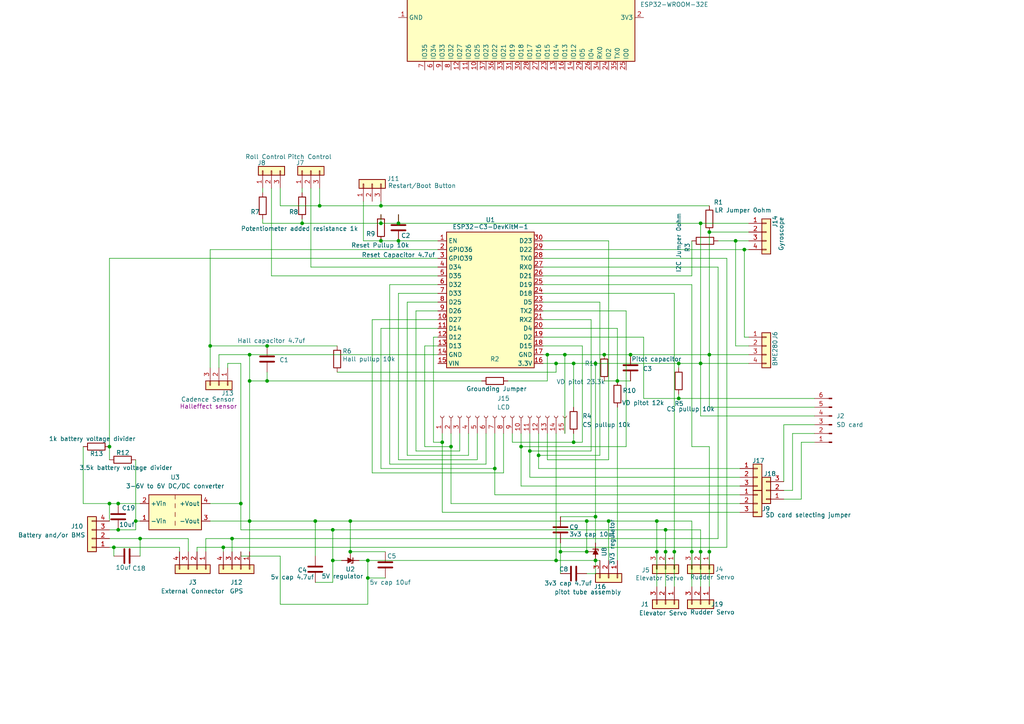
<source format=kicad_sch>
(kicad_sch (version 20231120) (generator "eeschema") (generator_version "8.0")
  (paper "A4")
  (lib_symbols
    (symbol "Connector:Conn_01x06_Pin" (pin_names (offset 1.016) hide)
      (property "Reference" "J" (at 0 7.62 0))
      (property "Value" "Conn_01x06_Pin" (at 0 -10.16 0))
      (symbol "Conn_01x06_Pin_1_1"
        (polyline (pts (xy 1.27 -7.62) (xy 0.8636 -7.62)) (stroke (width 0.1524)))
        (polyline (pts (xy 1.27 -5.08) (xy 0.8636 -5.08)) (stroke (width 0.1524)))
        (polyline (pts (xy 1.27 -2.54) (xy 0.8636 -2.54)) (stroke (width 0.1524)))
        (polyline (pts (xy 1.27 0) (xy 0.8636 0)) (stroke (width 0.1524)))
        (polyline (pts (xy 1.27 2.54) (xy 0.8636 2.54)) (stroke (width 0.1524)))
        (polyline (pts (xy 1.27 5.08) (xy 0.8636 5.08)) (stroke (width 0.1524)))
        (rectangle (start 0.8636 -7.493) (end 0 -7.747) (stroke (width 0.1524)) (fill (type outline)))
        (rectangle (start 0.8636 -4.953) (end 0 -5.207) (stroke (width 0.1524)) (fill (type outline)))
        (rectangle (start 0.8636 -2.413) (end 0 -2.667) (stroke (width 0.1524)) (fill (type outline)))
        (rectangle (start 0.8636 0.127) (end 0 -0.127) (stroke (width 0.1524)) (fill (type outline)))
        (rectangle (start 0.8636 2.667) (end 0 2.413) (stroke (width 0.1524)) (fill (type outline)))
        (rectangle (start 0.8636 5.207) (end 0 4.953) (stroke (width 0.1524)) (fill (type outline)))
        (pin passive line (at 5.08 5.08 180) (length 3.81) (name "Pin_1") (number "1"))
        (pin passive line (at 5.08 2.54 180) (length 3.81) (name "Pin_2") (number "2"))
        (pin passive line (at 5.08 0 180) (length 3.81) (name "Pin_3") (number "3"))
        (pin passive line (at 5.08 -2.54 180) (length 3.81) (name "Pin_4") (number "4"))
        (pin passive line (at 5.08 -5.08 180) (length 3.81) (name "Pin_5") (number "5"))
        (pin passive line (at 5.08 -7.62 180) (length 3.81) (name "Pin_6") (number "6"))
      )
    )
    (symbol "Connector:Conn_01x15_Socket" (pin_names (offset 1.016) hide)
      (property "Reference" "J" (at 0 20.32 0))
      (property "Value" "Conn_01x15_Socket" (at 0 -20.32 0))
      (symbol "Conn_01x15_Socket_1_1"
        (arc (start 0 -17.272) (mid -0.5058 -17.78) (end 0 -18.288) (stroke (width 0.1524)))
        (arc (start 0 -14.732) (mid -0.5058 -15.24) (end 0 -15.748) (stroke (width 0.1524)))
        (arc (start 0 -12.192) (mid -0.5058 -12.7) (end 0 -13.208) (stroke (width 0.1524)))
        (arc (start 0 -9.652) (mid -0.5058 -10.16) (end 0 -10.668) (stroke (width 0.1524)))
        (arc (start 0 -7.112) (mid -0.5058 -7.62) (end 0 -8.128) (stroke (width 0.1524)))
        (arc (start 0 -4.572) (mid -0.5058 -5.08) (end 0 -5.588) (stroke (width 0.1524)))
        (arc (start 0 -2.032) (mid -0.5058 -2.54) (end 0 -3.048) (stroke (width 0.1524)))
        (polyline (pts (xy -1.27 -17.78) (xy -0.508 -17.78)) (stroke (width 0.1524)))
        (polyline (pts (xy -1.27 -15.24) (xy -0.508 -15.24)) (stroke (width 0.1524)))
        (polyline (pts (xy -1.27 -12.7) (xy -0.508 -12.7)) (stroke (width 0.1524)))
        (polyline (pts (xy -1.27 -10.16) (xy -0.508 -10.16)) (stroke (width 0.1524)))
        (polyline (pts (xy -1.27 -7.62) (xy -0.508 -7.62)) (stroke (width 0.1524)))
        (polyline (pts (xy -1.27 -5.08) (xy -0.508 -5.08)) (stroke (width 0.1524)))
        (polyline (pts (xy -1.27 -2.54) (xy -0.508 -2.54)) (stroke (width 0.1524)))
        (polyline (pts (xy -1.27 0) (xy -0.508 0)) (stroke (width 0.1524)))
        (polyline (pts (xy -1.27 2.54) (xy -0.508 2.54)) (stroke (width 0.1524)))
        (polyline (pts (xy -1.27 5.08) (xy -0.508 5.08)) (stroke (width 0.1524)))
        (polyline (pts (xy -1.27 7.62) (xy -0.508 7.62)) (stroke (width 0.1524)))
        (polyline (pts (xy -1.27 10.16) (xy -0.508 10.16)) (stroke (width 0.1524)))
        (polyline (pts (xy -1.27 12.7) (xy -0.508 12.7)) (stroke (width 0.1524)))
        (polyline (pts (xy -1.27 15.24) (xy -0.508 15.24)) (stroke (width 0.1524)))
        (polyline (pts (xy -1.27 17.78) (xy -0.508 17.78)) (stroke (width 0.1524)))
        (arc (start 0 0.508) (mid -0.5058 0) (end 0 -0.508) (stroke (width 0.1524)))
        (arc (start 0 3.048) (mid -0.5058 2.54) (end 0 2.032) (stroke (width 0.1524)))
        (arc (start 0 5.588) (mid -0.5058 5.08) (end 0 4.572) (stroke (width 0.1524)))
        (arc (start 0 8.128) (mid -0.5058 7.62) (end 0 7.112) (stroke (width 0.1524)))
        (arc (start 0 10.668) (mid -0.5058 10.16) (end 0 9.652) (stroke (width 0.1524)))
        (arc (start 0 13.208) (mid -0.5058 12.7) (end 0 12.192) (stroke (width 0.1524)))
        (arc (start 0 15.748) (mid -0.5058 15.24) (end 0 14.732) (stroke (width 0.1524)))
        (arc (start 0 18.288) (mid -0.5058 17.78) (end 0 17.272) (stroke (width 0.1524)))
        (pin passive line (at -5.08 17.78 0) (length 3.81) (name "Pin_1") (number "1"))
        (pin passive line (at -5.08 -5.08 0) (length 3.81) (name "Pin_10") (number "10"))
        (pin passive line (at -5.08 -7.62 0) (length 3.81) (name "Pin_11") (number "11"))
        (pin passive line (at -5.08 -10.16 0) (length 3.81) (name "Pin_12") (number "12"))
        (pin passive line (at -5.08 -12.7 0) (length 3.81) (name "Pin_13") (number "13"))
        (pin passive line (at -5.08 -15.24 0) (length 3.81) (name "Pin_14") (number "14"))
        (pin passive line (at -5.08 -17.78 0) (length 3.81) (name "Pin_15") (number "15"))
        (pin passive line (at -5.08 15.24 0) (length 3.81) (name "Pin_2") (number "2"))
        (pin passive line (at -5.08 12.7 0) (length 3.81) (name "Pin_3") (number "3"))
        (pin passive line (at -5.08 10.16 0) (length 3.81) (name "Pin_4") (number "4"))
        (pin passive line (at -5.08 7.62 0) (length 3.81) (name "Pin_5") (number "5"))
        (pin passive line (at -5.08 5.08 0) (length 3.81) (name "Pin_6") (number "6"))
        (pin passive line (at -5.08 2.54 0) (length 3.81) (name "Pin_7") (number "7"))
        (pin passive line (at -5.08 0 0) (length 3.81) (name "Pin_8") (number "8"))
        (pin passive line (at -5.08 -2.54 0) (length 3.81) (name "Pin_9") (number "9"))
      )
    )
    (symbol "Connector_Generic:Conn_01x03" (pin_names (offset 1.016) hide)
      (property "Reference" "J" (at 0 5.08 0))
      (property "Value" "Conn_01x03" (at 0 -5.08 0))
      (symbol "Conn_01x03_1_1"
        (rectangle (start -1.27 -2.413) (end 0 -2.667) (stroke (width 0.1524)))
        (rectangle (start -1.27 0.127) (end 0 -0.127) (stroke (width 0.1524)))
        (rectangle (start -1.27 2.667) (end 0 2.413) (stroke (width 0.1524)))
        (rectangle (start -1.27 3.81) (end 1.27 -3.81) (stroke (width 0.254)) (fill (type background)))
        (pin passive line (at -5.08 2.54 0) (length 3.81) (name "Pin_1") (number "1"))
        (pin passive line (at -5.08 0 0) (length 3.81) (name "Pin_2") (number "2"))
        (pin passive line (at -5.08 -2.54 0) (length 3.81) (name "Pin_3") (number "3"))
      )
    )
    (symbol "Connector_Generic:Conn_01x04" (pin_names (offset 1.016) hide)
      (property "Reference" "J" (at 0 5.08 0))
      (property "Value" "Conn_01x04" (at 0 -7.62 0))
      (symbol "Conn_01x04_1_1"
        (rectangle (start -1.27 -4.953) (end 0 -5.207) (stroke (width 0.1524)))
        (rectangle (start -1.27 -2.413) (end 0 -2.667) (stroke (width 0.1524)))
        (rectangle (start -1.27 0.127) (end 0 -0.127) (stroke (width 0.1524)))
        (rectangle (start -1.27 2.667) (end 0 2.413) (stroke (width 0.1524)))
        (rectangle (start -1.27 3.81) (end 1.27 -6.35) (stroke (width 0.254)) (fill (type background)))
        (pin passive line (at -5.08 2.54 0) (length 3.81) (name "Pin_1") (number "1"))
        (pin passive line (at -5.08 0 0) (length 3.81) (name "Pin_2") (number "2"))
        (pin passive line (at -5.08 -2.54 0) (length 3.81) (name "Pin_3") (number "3"))
        (pin passive line (at -5.08 -5.08 0) (length 3.81) (name "Pin_4") (number "4"))
      )
    )
    (symbol "Converter_DCDC:TMU3-1212"
      (property "Reference" "U" (at -6.35 6.35 0))
      (property "Value" "TMU3-1212" (at 2.54 6.35 0))
      (symbol "TMU3-1212_0_0"
        (pin power_in line (at -10.16 -2.54 0) (length 2.54) (name "-Vin") (number "1"))
        (pin power_in line (at -10.16 2.54 0) (length 2.54) (name "+Vin") (number "2"))
        (pin power_out line (at 10.16 -2.54 180) (length 2.54) (name "-Vout") (number "3"))
        (pin power_out line (at 10.16 2.54 180) (length 2.54) (name "+Vout") (number "4"))
      )
      (symbol "TMU3-1212_0_1"
        (rectangle (start -7.62 5.08) (end 7.62 -5.08) (stroke (width 0.254)) (fill (type background)))
        (polyline (pts (xy 0 -2.54) (xy 0 -3.81)))
        (polyline (pts (xy 0 0) (xy 0 -1.27)))
        (polyline (pts (xy 0 2.54) (xy 0 1.27)))
        (polyline (pts (xy 0 5.08) (xy 0 3.81)))
      )
    )
    (symbol "Device:C" (pin_numbers hide) (pin_names (offset 0.254))
      (property "Reference" "C" (at 0.635 2.54 0))
      (property "Value" "C" (at 0.635 -2.54 0))
      (symbol "C_0_1"
        (polyline (pts (xy -2.032 -0.762) (xy 2.032 -0.762)) (stroke (width 0.508)))
        (polyline (pts (xy -2.032 0.762) (xy 2.032 0.762)) (stroke (width 0.508)))
      )
      (symbol "C_1_1"
        (pin passive line (at 0 3.81 270) (length 2.794) (name "~") (number "1"))
        (pin passive line (at 0 -3.81 90) (length 2.794) (name "~") (number "2"))
      )
    )
    (symbol "Device:R" (pin_numbers hide) (pin_names (offset 0))
      (property "Reference" "R" (at 2.032 0 90))
      (property "Value" "R" (at 0 0 90))
      (symbol "R_0_1"
        (rectangle (start -1.016 -2.54) (end 1.016 2.54) (stroke (width 0.254)))
      )
      (symbol "R_1_1"
        (pin passive line (at 0 3.81 270) (length 1.27) (name "~") (number "1"))
        (pin passive line (at 0 -3.81 90) (length 1.27) (name "~") (number "2"))
      )
    )
    (symbol "RF_Module:ESP32-WROOM-32E"
      (property "Reference" "U9" (at 2.1941 38.1 0))
      (property "Value" "ESP32-WROOM-32E" (at 2.1941 35.56 0))
      (symbol "ESP32-WROOM-32E_0_1"
        (rectangle (start -12.7 33.02) (end 12.7 -33.02) (stroke (width 0.254)) (fill (type background)))
      )
      (symbol "ESP32-WROOM-32E_1_1"
        (pin power_in line (at 0 -35.56 90) (length 2.54) (name "GND") (number "1"))
        (pin bidirectional line (at 15.24 -12.7 180) (length 2.54) (name "IO25") (number "10"))
        (pin bidirectional line (at 15.24 -15.24 180) (length 2.54) (name "IO26") (number "11"))
        (pin bidirectional line (at 15.24 -17.78 180) (length 2.54) (name "IO27") (number "12"))
        (pin bidirectional line (at 15.24 10.16 180) (length 2.54) (name "IO14") (number "13"))
        (pin bidirectional line (at 15.24 15.24 180) (length 2.54) (name "IO12") (number "14"))
        (pin passive line (at 0 -35.56 90) (length 2.54) hide (name "GND") (number "15"))
        (pin bidirectional line (at 15.24 12.7 180) (length 2.54) (name "IO13") (number "16"))
        (pin no_connect line (at -12.7 -5.08 0) (length 2.54) hide (name "NC") (number "17"))
        (pin no_connect line (at -12.7 -7.62 0) (length 2.54) hide (name "NC") (number "18"))
        (pin no_connect line (at -12.7 -12.7 0) (length 2.54) hide (name "NC") (number "19"))
        (pin power_in line (at 0 35.56 270) (length 2.54) (name "3V3") (number "2"))
        (pin no_connect line (at -12.7 -10.16 0) (length 2.54) hide (name "NC") (number "20"))
        (pin no_connect line (at -12.7 0 0) (length 2.54) hide (name "NC") (number "21"))
        (pin no_connect line (at -12.7 -2.54 0) (length 2.54) hide (name "NC") (number "22"))
        (pin bidirectional line (at 15.24 7.62 180) (length 2.54) (name "IO15") (number "23"))
        (pin bidirectional line (at 15.24 25.4 180) (length 2.54) (name "IO2") (number "24"))
        (pin bidirectional line (at 15.24 30.48 180) (length 2.54) (name "IO0") (number "25"))
        (pin bidirectional line (at 15.24 20.32 180) (length 2.54) (name "IO4") (number "26"))
        (pin bidirectional line (at 15.24 5.08 180) (length 2.54) (name "IO16") (number "27"))
        (pin bidirectional line (at 15.24 2.54 180) (length 2.54) (name "IO17") (number "28"))
        (pin bidirectional line (at 15.24 17.78 180) (length 2.54) (name "IO5") (number "29"))
        (pin input line (at -15.24 30.48 0) (length 2.54) (name "EN") (number "3"))
        (pin bidirectional line (at 15.24 0 180) (length 2.54) (name "IO18") (number "30"))
        (pin bidirectional line (at 15.24 -2.54 180) (length 2.54) (name "IO19") (number "31"))
        (pin no_connect line (at -12.7 -27.94 0) (length 2.54) hide (name "NC") (number "32"))
        (pin bidirectional line (at 15.24 -5.08 180) (length 2.54) (name "IO21") (number "33"))
        (pin bidirectional line (at 15.24 22.86 180) (length 2.54) (name "RX0") (number "34"))
        (pin bidirectional line (at 15.24 27.94 180) (length 2.54) (name "TX0") (number "35"))
        (pin bidirectional line (at 15.24 -7.62 180) (length 2.54) (name "IO22") (number "36"))
        (pin bidirectional line (at 15.24 -10.16 180) (length 2.54) (name "IO23") (number "37"))
        (pin passive line (at 0 -35.56 90) (length 2.54) hide (name "GND") (number "38"))
        (pin passive line (at 0 -35.56 90) (length 2.54) hide (name "GND") (number "39"))
        (pin input line (at -15.24 25.4 0) (length 2.54) (name "IO36") (number "4"))
        (pin input line (at -15.24 22.86 0) (length 2.54) (name "IO39") (number "5"))
        (pin input line (at 15.24 -25.4 180) (length 2.54) (name "IO34") (number "6"))
        (pin input line (at 15.24 -27.94 180) (length 2.54) (name "IO35") (number "7"))
        (pin bidirectional line (at 15.24 -20.32 180) (length 2.54) (name "IO32") (number "8"))
        (pin bidirectional line (at 15.24 -22.86 180) (length 2.54) (name "IO33") (number "9"))
      )
    )
    (symbol "RF_Module_test:ESP32-C3-DevKitM-1"
      (property "Reference" "U1" (at 0 18.796 0))
      (property "Value" "ESP32-C3-DevKitM-1" (at 0 16.764 0))
      (symbol "ESP32-C3-DevKitM-1_1_1"
        (rectangle (start -12.7 15.24) (end 12.7 -24.13) (stroke (width 0.254)) (fill (type background)))
        (pin input line (at -15.24 12.7 0) (length 2.54) (name "EN") (number "1"))
        (pin bidirectional line (at -15.24 -10.16 0) (length 2.54) (name "D27") (number "10"))
        (pin bidirectional line (at -15.24 -12.7 0) (length 2.54) (name "D14") (number "11"))
        (pin bidirectional line (at -15.24 -15.24 0) (length 2.54) (name "D12") (number "12"))
        (pin bidirectional line (at -15.24 -17.78 0) (length 2.54) (name "D13") (number "13"))
        (pin open_collector line (at -15.24 -20.32 0) (length 2.54) (name "GND") (number "14"))
        (pin open_emitter line (at -15.24 -22.86 0) (length 2.54) (name "VIN") (number "15"))
        (pin open_emitter line (at 15.24 -22.86 180) (length 2.54) (name "3.3V") (number "16"))
        (pin open_collector line (at 15.24 -20.32 180) (length 2.54) (name "GND") (number "17"))
        (pin bidirectional line (at 15.24 -17.78 180) (length 2.54) (name "D15") (number "18"))
        (pin bidirectional line (at 15.24 -15.24 180) (length 2.54) (name "D2") (number "19"))
        (pin input line (at -15.24 10.16 0) (length 2.54) (name "GPIO36") (number "2"))
        (pin bidirectional line (at 15.24 -12.7 180) (length 2.54) (name "D4") (number "20"))
        (pin bidirectional line (at 15.24 -10.16 180) (length 2.54) (name "RX2") (number "21"))
        (pin bidirectional line (at 15.24 -7.62 180) (length 2.54) (name "TX2") (number "22"))
        (pin bidirectional line (at 15.24 -5.08 180) (length 2.54) (name "D5") (number "23"))
        (pin bidirectional line (at 15.24 -2.54 180) (length 2.54) (name "D18") (number "24"))
        (pin bidirectional line (at 15.24 0 180) (length 2.54) (name "D19") (number "25"))
        (pin bidirectional line (at 15.24 2.54 180) (length 2.54) (name "D21") (number "26"))
        (pin bidirectional line (at 15.24 5.08 180) (length 2.54) (name "RX0") (number "27"))
        (pin bidirectional line (at 15.24 7.62 180) (length 2.54) (name "TX0") (number "28"))
        (pin bidirectional line (at 15.24 10.16 180) (length 2.54) (name "D22") (number "29"))
        (pin input line (at -15.24 7.62 0) (length 2.54) (name "GPIO39") (number "3"))
        (pin bidirectional line (at 15.24 12.7 180) (length 2.54) (name "D23") (number "30"))
        (pin input line (at -15.24 5.08 0) (length 2.54) (name "D34") (number "4"))
        (pin bidirectional line (at -15.24 2.54 0) (length 2.54) (name "D35") (number "5"))
        (pin bidirectional line (at -15.24 0 0) (length 2.54) (name "D32") (number "6"))
        (pin bidirectional line (at -15.24 -2.54 0) (length 2.54) (name "D33") (number "7"))
        (pin bidirectional line (at -15.24 -5.08 0) (length 2.54) (name "D25") (number "8"))
        (pin bidirectional line (at -15.24 -7.62 0) (length 2.54) (name "D26") (number "9"))
      )
    )
    (symbol "Reference_Voltage:TL431KTP" (pin_numbers hide) (pin_names hide)
      (property "Reference" "U" (at -2.54 2.54 0))
      (property "Value" "TL431KTP" (at 0 -2.54 0))
      (symbol "TL431KTP_0_1"
        (polyline (pts (xy -1.27 0) (xy 0 0) (xy 1.27 0)))
        (polyline (pts (xy -0.762 -0.762) (xy -0.762 0.762) (xy 0.762 0) (xy -0.762 -0.762)) (fill (type outline)))
        (polyline (pts (xy 0.254 -0.762) (xy 0.762 -0.762) (xy 0.762 0.762) (xy 0.762 0.762)) (stroke (width 0.254)))
      )
      (symbol "TL431KTP_1_1"
        (pin passive line (at 0 2.54 270) (length 2.54) (name "REF") (number "1"))
        (pin passive line (at -2.54 0 0) (length 2.54) (name "A") (number "2"))
        (pin passive line (at 2.54 0 180) (length 2.54) (name "K") (number "3"))
      )
    )
  )
  (junction (at 153.67 130.81))
  (junction (at 172.72 105.41))
  (junction (at 190.5 151.13))
  (junction (at 106.68 167.64))
  (junction (at 130.81 129.54))
  (junction (at 69.85 146.05))
  (junction (at 190.5 160.02))
  (junction (at 143.51 135.89))
  (junction (at 128.27 128.27))
  (junction (at 163.83 102.87))
  (junction (at 77.47 110.49))
  (junction (at 200.66 160.02))
  (junction (at 31.75 146.05))
  (junction (at 166.37 105.41))
  (junction (at 161.29 162.56))
  (junction (at 34.29 153.67))
  (junction (at 72.39 102.87))
  (junction (at 115.57 64.77))
  (junction (at 215.9 72.39))
  (junction (at 31.75 129.54))
  (junction (at 72.39 151.13))
  (junction (at 110.49 59.69))
  (junction (at 96.52 153.67))
  (junction (at 91.44 151.13))
  (junction (at 101.6 151.13))
  (junction (at 156.21 132.08))
  (junction (at 170.18 160.02))
  (junction (at 203.2 160.02))
  (junction (at 172.72 149.86))
  (junction (at 110.49 69.85))
  (junction (at 176.53 151.13))
  (junction (at 96.52 162.56))
  (junction (at 33.02 158.75))
  (junction (at 205.74 102.87))
  (junction (at 110.49 64.77))
  (junction (at 87.63 64.77))
  (junction (at 34.29 146.05))
  (junction (at 158.75 102.87))
  (junction (at 67.31 156.21))
  (junction (at 196.85 105.41))
  (junction (at 64.77 158.75))
  (junction (at 106.68 162.56))
  (junction (at 193.04 160.02))
  (junction (at 195.58 160.02))
  (junction (at 193.04 153.67))
  (junction (at 170.18 151.13))
  (junction (at 39.37 151.13))
  (junction (at 101.6 160.02))
  (junction (at 203.2 105.41))
  (junction (at 161.29 105.41))
  (junction (at 172.72 162.56))
  (junction (at 162.56 160.02))
  (junction (at 196.85 115.57))
  (junction (at 205.74 160.02))
  (junction (at 115.57 69.85))
  (junction (at 203.2 64.77))
  (junction (at 182.88 102.87))
  (junction (at 179.07 110.49))
  (junction (at 40.64 156.21))
  (junction (at 205.74 67.31))
  (junction (at 213.36 69.85))
  (junction (at 72.39 110.49))
  (junction (at 60.96 100.33))
  (junction (at 77.47 100.33))
  (junction (at 166.37 128.27))
  (junction (at 92.71 59.69))
  (junction (at 175.26 102.87))
  (junction (at 151.13 129.54))
  (wire (pts (xy 76.2 54.61) (xy 76.2 55.88)))
  (wire (pts (xy 157.48 95.25) (xy 179.07 95.25)))
  (wire (pts (xy 113.03 82.55) (xy 113.03 134.62)))
  (wire (pts (xy 181.61 129.54) (xy 181.61 90.17)))
  (wire (pts (xy 236.22 118.11) (xy 205.74 118.11)))
  (wire (pts (xy 113.03 134.62) (xy 140.97 134.62)))
  (wire (pts (xy 57.15 158.75) (xy 64.77 158.75)))
  (wire (pts (xy 130.81 146.05) (xy 130.81 129.54)))
  (wire (pts (xy 161.29 162.56) (xy 172.72 162.56)))
  (wire (pts (xy 208.28 69.85) (xy 213.36 69.85)))
  (wire (pts (xy 151.13 140.97) (xy 214.63 140.97)))
  (wire (pts (xy 190.5 151.13) (xy 190.5 160.02)))
  (wire (pts (xy 170.18 166.37) (xy 172.72 166.37)))
  (wire (pts (xy 77.47 110.49) (xy 139.7 110.49)))
  (wire (pts (xy 72.39 151.13) (xy 91.44 151.13)))
  (wire (pts (xy 81.28 54.61) (xy 81.28 59.69)))
  (wire (pts (xy 162.56 160.02) (xy 170.18 160.02)))
  (wire (pts (xy 125.73 128.27) (xy 128.27 128.27)))
  (wire (pts (xy 158.75 133.35) (xy 158.75 125.73)))
  (wire (pts (xy 118.11 87.63) (xy 127 87.63)))
  (wire (pts (xy 205.74 160.02) (xy 205.74 170.18)))
  (wire (pts (xy 205.74 67.31) (xy 217.17 67.31)))
  (wire (pts (xy 120.65 90.17) (xy 120.65 130.81)))
  (wire (pts (xy 91.44 168.91) (xy 96.52 168.91)))
  (wire (pts (xy 52.07 158.75) (xy 33.02 158.75)))
  (wire (pts (xy 182.88 102.87) (xy 205.74 102.87)))
  (wire (pts (xy 64.77 158.75) (xy 64.77 160.02)))
  (wire (pts (xy 158.75 110.49) (xy 147.32 110.49)))
  (wire (pts (xy 96.52 162.56) (xy 99.06 162.56)))
  (wire (pts (xy 227.33 123.19) (xy 236.22 123.19)))
  (wire (pts (xy 215.9 72.39) (xy 215.9 97.79)))
  (wire (pts (xy 162.56 157.48) (xy 162.56 160.02)))
  (wire (pts (xy 157.48 105.41) (xy 161.29 105.41)))
  (wire (pts (xy 72.39 102.87) (xy 72.39 110.49)))
  (wire (pts (xy 105.41 69.85) (xy 110.49 69.85)))
  (wire (pts (xy 179.07 110.49) (xy 182.88 110.49)))
  (wire (pts (xy 135.89 132.08) (xy 118.11 132.08)))
  (wire (pts (xy 176.53 69.85) (xy 176.53 133.35)))
  (wire (pts (xy 186.69 97.79) (xy 186.69 115.57)))
  (wire (pts (xy 107.95 92.71) (xy 107.95 137.16)))
  (wire (pts (xy 173.99 87.63) (xy 173.99 132.08)))
  (wire (pts (xy 78.74 54.61) (xy 78.74 80.01)))
  (wire (pts (xy 133.35 125.73) (xy 133.35 130.81)))
  (wire (pts (xy 67.31 156.21) (xy 208.28 156.21)))
  (wire (pts (xy 157.48 69.85) (xy 176.53 69.85)))
  (wire (pts (xy 106.68 167.64) (xy 106.68 162.56)))
  (wire (pts (xy 236.22 128.27) (xy 232.41 128.27)))
  (wire (pts (xy 217.17 72.39) (xy 215.9 72.39)))
  (wire (pts (xy 232.41 128.27) (xy 232.41 144.78)))
  (wire (pts (xy 77.47 107.95) (xy 77.47 110.49)))
  (wire (pts (xy 215.9 97.79) (xy 217.17 97.79)))
  (wire (pts (xy 200.66 129.54) (xy 205.74 129.54)))
  (wire (pts (xy 205.74 102.87) (xy 217.17 102.87)))
  (wire (pts (xy 157.48 82.55) (xy 200.66 82.55)))
  (wire (pts (xy 205.74 129.54) (xy 205.74 160.02)))
  (wire (pts (xy 52.07 160.02) (xy 52.07 158.75)))
  (wire (pts (xy 115.57 64.77) (xy 203.2 64.77)))
  (wire (pts (xy 110.49 135.89) (xy 143.51 135.89)))
  (wire (pts (xy 158.75 102.87) (xy 163.83 102.87)))
  (wire (pts (xy 60.96 100.33) (xy 77.47 100.33)))
  (wire (pts (xy 138.43 133.35) (xy 138.43 125.73)))
  (wire (pts (xy 156.21 135.89) (xy 214.63 135.89)))
  (wire (pts (xy 60.96 151.13) (xy 72.39 151.13)))
  (wire (pts (xy 91.44 151.13) (xy 91.44 161.29)))
  (wire (pts (xy 200.66 69.85) (xy 200.66 80.01)))
  (wire (pts (xy 60.96 106.68) (xy 60.96 100.33)))
  (wire (pts (xy 66.04 106.68) (xy 66.04 105.41)))
  (wire (pts (xy 236.22 120.65) (xy 203.2 120.65)))
  (wire (pts (xy 181.61 90.17) (xy 157.48 90.17)))
  (wire (pts (xy 87.63 64.77) (xy 110.49 64.77)))
  (wire (pts (xy 72.39 110.49) (xy 77.47 110.49)))
  (wire (pts (xy 213.36 69.85) (xy 213.36 100.33)))
  (wire (pts (xy 96.52 153.67) (xy 193.04 153.67)))
  (wire (pts (xy 203.2 160.02) (xy 203.2 170.18)))
  (wire (pts (xy 236.22 125.73) (xy 229.87 125.73)))
  (wire (pts (xy 87.63 54.61) (xy 87.63 55.88)))
  (wire (pts (xy 153.67 130.81) (xy 153.67 138.43)))
  (wire (pts (xy 172.72 105.41) (xy 196.85 105.41)))
  (wire (pts (xy 171.45 130.81) (xy 153.67 130.81)))
  (wire (pts (xy 66.04 105.41) (xy 69.85 105.41)))
  (wire (pts (xy 31.75 151.13) (xy 31.75 146.05)))
  (wire (pts (xy 87.63 63.5) (xy 87.63 64.77)))
  (wire (pts (xy 208.28 77.47) (xy 208.28 156.21)))
  (wire (pts (xy 148.59 128.27) (xy 148.59 125.73)))
  (wire (pts (xy 135.89 125.73) (xy 135.89 132.08)))
  (wire (pts (xy 195.58 85.09) (xy 157.48 85.09)))
  (wire (pts (xy 172.72 149.86) (xy 172.72 157.48)))
  (wire (pts (xy 128.27 128.27) (xy 128.27 125.73)))
  (wire (pts (xy 176.53 133.35) (xy 158.75 133.35)))
  (wire (pts (xy 127 100.33) (xy 123.19 100.33)))
  (wire (pts (xy 31.75 129.54) (xy 31.75 133.35)))
  (wire (pts (xy 161.29 105.41) (xy 166.37 105.41)))
  (wire (pts (xy 151.13 129.54) (xy 181.61 129.54)))
  (wire (pts (xy 168.91 100.33) (xy 168.91 128.27)))
  (wire (pts (xy 127 95.25) (xy 110.49 95.25)))
  (wire (pts (xy 168.91 128.27) (xy 166.37 128.27)))
  (wire (pts (xy 200.66 151.13) (xy 200.66 160.02)))
  (wire (pts (xy 110.49 62.23) (xy 110.49 64.77)))
  (wire (pts (xy 107.95 137.16) (xy 146.05 137.16)))
  (wire (pts (xy 120.65 130.81) (xy 133.35 130.81)))
  (wire (pts (xy 110.49 64.77) (xy 115.57 64.77)))
  (wire (pts (xy 203.2 64.77) (xy 217.17 64.77)))
  (wire (pts (xy 172.72 105.41) (xy 172.72 149.86)))
  (wire (pts (xy 179.07 95.25) (xy 179.07 110.49)))
  (wire (pts (xy 162.56 149.86) (xy 172.72 149.86)))
  (wire (pts (xy 118.11 132.08) (xy 118.11 87.63)))
  (wire (pts (xy 24.13 146.05) (xy 24.13 129.54)))
  (wire (pts (xy 31.75 146.05) (xy 34.29 146.05)))
  (wire (pts (xy 127 74.93) (xy 31.75 74.93)))
  (wire (pts (xy 72.39 110.49) (xy 72.39 151.13)))
  (wire (pts (xy 127 90.17) (xy 120.65 90.17)))
  (wire (pts (xy 140.97 134.62) (xy 140.97 125.73)))
  (wire (pts (xy 162.56 160.02) (xy 162.56 166.37)))
  (wire (pts (xy 176.53 151.13) (xy 176.53 162.56)))
  (wire (pts (xy 110.49 69.85) (xy 115.57 69.85)))
  (wire (pts (xy 175.26 110.49) (xy 179.07 110.49)))
  (wire (pts (xy 203.2 153.67) (xy 203.2 160.02)))
  (wire (pts (xy 143.51 143.51) (xy 143.51 135.89)))
  (wire (pts (xy 110.49 95.25) (xy 110.49 135.89)))
  (wire (pts (xy 127 92.71) (xy 107.95 92.71)))
  (wire (pts (xy 157.48 102.87) (xy 158.75 102.87)))
  (wire (pts (xy 87.63 64.77) (xy 76.2 64.77)))
  (wire (pts (xy 76.2 63.5) (xy 76.2 64.77)))
  (wire (pts (xy 157.48 97.79) (xy 186.69 97.79)))
  (wire (pts (xy 213.36 100.33) (xy 217.17 100.33)))
  (wire (pts (xy 151.13 129.54) (xy 151.13 125.73)))
  (wire (pts (xy 104.14 162.56) (xy 106.68 162.56)))
  (wire (pts (xy 214.63 148.59) (xy 128.27 148.59)))
  (wire (pts (xy 200.66 160.02) (xy 200.66 170.18)))
  (wire (pts (xy 190.5 151.13) (xy 200.66 151.13)))
  (wire (pts (xy 153.67 130.81) (xy 153.67 125.73)))
  (wire (pts (xy 214.63 146.05) (xy 130.81 146.05)))
  (wire (pts (xy 91.44 151.13) (xy 101.6 151.13)))
  (wire (pts (xy 31.75 146.05) (xy 24.13 146.05)))
  (wire (pts (xy 157.48 100.33) (xy 168.91 100.33)))
  (wire (pts (xy 151.13 129.54) (xy 151.13 140.97)))
  (wire (pts (xy 69.85 161.29) (xy 69.85 160.02)))
  (wire (pts (xy 229.87 125.73) (xy 229.87 142.24)))
  (wire (pts (xy 205.74 118.11) (xy 205.74 102.87)))
  (wire (pts (xy 172.72 162.56) (xy 173.99 162.56)))
  (wire (pts (xy 96.52 153.67) (xy 96.52 162.56)))
  (wire (pts (xy 115.57 62.23) (xy 115.57 64.77)))
  (wire (pts (xy 175.26 102.87) (xy 182.88 102.87)))
  (wire (pts (xy 110.49 58.42) (xy 110.49 59.69)))
  (wire (pts (xy 166.37 105.41) (xy 166.37 118.11)))
  (wire (pts (xy 97.79 107.95) (xy 161.29 107.95)))
  (wire (pts (xy 161.29 125.73) (xy 161.29 162.56)))
  (wire (pts (xy 123.19 129.54) (xy 130.81 129.54)))
  (wire (pts (xy 69.85 161.29) (xy 81.28 161.29)))
  (wire (pts (xy 203.2 105.41) (xy 217.17 105.41)))
  (wire (pts (xy 67.31 156.21) (xy 67.31 160.02)))
  (wire (pts (xy 229.87 142.24) (xy 227.33 142.24)))
  (wire (pts (xy 170.18 151.13) (xy 170.18 160.02)))
  (wire (pts (xy 148.59 128.27) (xy 166.37 128.27)))
  (wire (pts (xy 31.75 74.93) (xy 31.75 129.54)))
  (wire (pts (xy 60.96 72.39) (xy 127 72.39)))
  (wire (pts (xy 59.69 156.21) (xy 67.31 156.21)))
  (wire (pts (xy 127 97.79) (xy 125.73 97.79)))
  (wire (pts (xy 92.71 54.61) (xy 92.71 59.69)))
  (wire (pts (xy 179.07 162.56) (xy 179.07 118.11)))
  (wire (pts (xy 69.85 105.41) (xy 69.85 146.05)))
  (wire (pts (xy 176.53 151.13) (xy 190.5 151.13)))
  (wire (pts (xy 115.57 133.35) (xy 138.43 133.35)))
  (wire (pts (xy 96.52 162.56) (xy 96.52 168.91)))
  (wire (pts (xy 101.6 160.02) (xy 111.76 160.02)))
  (wire (pts (xy 157.48 80.01) (xy 200.66 80.01)))
  (wire (pts (xy 163.83 102.87) (xy 163.83 125.73)))
  (wire (pts (xy 166.37 125.73) (xy 166.37 128.27)))
  (wire (pts (xy 186.69 115.57) (xy 196.85 115.57)))
  (wire (pts (xy 57.15 158.75) (xy 57.15 160.02)))
  (wire (pts (xy 72.39 102.87) (xy 127 102.87)))
  (wire (pts (xy 33.02 158.75) (xy 31.75 158.75)))
  (wire (pts (xy 54.61 160.02) (xy 54.61 156.21)))
  (wire (pts (xy 39.37 153.67) (xy 34.29 153.67)))
  (wire (pts (xy 205.74 67.31) (xy 205.74 102.87)))
  (wire (pts (xy 63.5 102.87) (xy 72.39 102.87)))
  (wire (pts (xy 172.72 166.37) (xy 172.72 162.56)))
  (wire (pts (xy 106.68 162.56) (xy 161.29 162.56)))
  (wire (pts (xy 157.48 77.47) (xy 208.28 77.47)))
  (wire (pts (xy 125.73 97.79) (xy 125.73 128.27)))
  (wire (pts (xy 195.58 160.02) (xy 195.58 170.18)))
  (wire (pts (xy 63.5 106.68) (xy 63.5 102.87)))
  (wire (pts (xy 90.17 77.47) (xy 127 77.47)))
  (wire (pts (xy 171.45 92.71) (xy 171.45 130.81)))
  (wire (pts (xy 69.85 153.67) (xy 96.52 153.67)))
  (wire (pts (xy 60.96 146.05) (xy 69.85 146.05)))
  (wire (pts (xy 72.39 151.13) (xy 72.39 160.02)))
  (wire (pts (xy 146.05 137.16) (xy 146.05 125.73)))
  (wire (pts (xy 90.17 54.61) (xy 90.17 77.47)))
  (wire (pts (xy 157.48 74.93) (xy 210.82 74.93)))
  (wire (pts (xy 78.74 80.01) (xy 127 80.01)))
  (wire (pts (xy 123.19 100.33) (xy 123.19 129.54)))
  (wire (pts (xy 161.29 105.41) (xy 161.29 107.95)))
  (wire (pts (xy 59.69 156.21) (xy 59.69 160.02)))
  (wire (pts (xy 193.04 153.67) (xy 193.04 160.02)))
  (wire (pts (xy 81.28 161.29) (xy 81.28 175.26)))
  (wire (pts (xy 40.64 156.21) (xy 54.61 156.21)))
  (wire (pts (xy 203.2 120.65) (xy 203.2 105.41)))
  (wire (pts (xy 34.29 146.05) (xy 40.64 146.05)))
  (wire (pts (xy 196.85 105.41) (xy 203.2 105.41)))
  (wire (pts (xy 158.75 102.87) (xy 158.75 110.49)))
  (wire (pts (xy 128.27 148.59) (xy 128.27 128.27)))
  (wire (pts (xy 81.28 59.69) (xy 92.71 59.69)))
  (wire (pts (xy 101.6 151.13) (xy 101.6 160.02)))
  (wire (pts (xy 39.37 151.13) (xy 40.64 151.13)))
  (wire (pts (xy 60.96 72.39) (xy 60.96 100.33)))
  (wire (pts (xy 153.67 138.43) (xy 214.63 138.43)))
  (wire (pts (xy 69.85 146.05) (xy 69.85 153.67)))
  (wire (pts (xy 105.41 69.85) (xy 105.41 58.42)))
  (wire (pts (xy 166.37 105.41) (xy 172.72 105.41)))
  (wire (pts (xy 193.04 160.02) (xy 193.04 170.18)))
  (wire (pts (xy 110.49 59.69) (xy 205.74 59.69)))
  (wire (pts (xy 127 85.09) (xy 115.57 85.09)))
  (wire (pts (xy 203.2 64.77) (xy 203.2 105.41)))
  (wire (pts (xy 115.57 85.09) (xy 115.57 133.35)))
  (wire (pts (xy 156.21 132.08) (xy 156.21 125.73)))
  (wire (pts (xy 195.58 160.02) (xy 195.58 85.09)))
  (wire (pts (xy 106.68 167.64) (xy 111.76 167.64)))
  (wire (pts (xy 77.47 100.33) (xy 97.79 100.33)))
  (wire (pts (xy 64.77 158.75) (xy 210.82 158.75)))
  (wire (pts (xy 196.85 105.41) (xy 196.85 106.68)))
  (wire (pts (xy 200.66 82.55) (xy 200.66 129.54)))
  (wire (pts (xy 33.02 158.75) (xy 33.02 161.29)))
  (wire (pts (xy 39.37 133.35) (xy 39.37 151.13)))
  (wire (pts (xy 210.82 74.93) (xy 210.82 158.75)))
  (wire (pts (xy 157.48 87.63) (xy 173.99 87.63)))
  (wire (pts (xy 130.81 125.73) (xy 130.81 129.54)))
  (wire (pts (xy 157.48 92.71) (xy 171.45 92.71)))
  (wire (pts (xy 156.21 132.08) (xy 156.21 135.89)))
  (wire (pts (xy 214.63 143.51) (xy 143.51 143.51)))
  (wire (pts (xy 34.29 153.67) (xy 31.75 153.67)))
  (wire (pts (xy 39.37 151.13) (xy 39.37 153.67)))
  (wire (pts (xy 157.48 72.39) (xy 215.9 72.39)))
  (wire (pts (xy 163.83 102.87) (xy 175.26 102.87)))
  (wire (pts (xy 127 82.55) (xy 113.03 82.55)))
  (wire (pts (xy 232.41 144.78) (xy 227.33 144.78)))
  (wire (pts (xy 196.85 115.57) (xy 236.22 115.57)))
  (wire (pts (xy 40.64 156.21) (xy 40.64 161.29)))
  (wire (pts (xy 92.71 59.69) (xy 110.49 59.69)))
  (wire (pts (xy 190.5 160.02) (xy 190.5 170.18)))
  (wire (pts (xy 101.6 151.13) (xy 170.18 151.13)))
  (wire (pts (xy 173.99 132.08) (xy 156.21 132.08)))
  (wire (pts (xy 227.33 139.7) (xy 227.33 123.19)))
  (wire (pts (xy 143.51 135.89) (xy 143.51 125.73)))
  (wire (pts (xy 193.04 153.67) (xy 203.2 153.67)))
  (wire (pts (xy 31.75 156.21) (xy 40.64 156.21)))
  (wire (pts (xy 115.57 69.85) (xy 127 69.85)))
  (wire (pts (xy 81.28 175.26) (xy 106.68 175.26)))
  (wire (pts (xy 196.85 115.57) (xy 196.85 114.3)))
  (wire (pts (xy 170.18 151.13) (xy 176.53 151.13)))
  (wire (pts (xy 106.68 175.26) (xy 106.68 167.64)))
  (wire (pts (xy 217.17 69.85) (xy 213.36 69.85)))
  (symbol (lib_id "Device:C") (at 182.88 106.68 0) (unit 1)
    (property "Reference" "C3" (at 186.436 106.934 0) (effects (justify left)))
    (property "Value" "Pitot capacitor" (at 183.134 104.14 0) (effects (justify left)))
    (property "Footprint" "Capacitor_SMD:C_0402_1005Metric_Pad0.74x0.62mm_HandSolder" (effects (hide yes)))
    (property "Description" "Unpolarized capacitor" (effects (hide yes)))
  )
  (symbol (lib_id "Device:R") (at 179.07 114.3 0) (unit 1)
    (property "Reference" "R10" (at 180.594 113.284 0) (effects (justify left)))
    (property "Value" "VD pitot 12k" (at 180.34 116.84 0) (effects (justify left)))
    (property "Footprint" "OptoDevice:R_LDR_4.9x4.2mm_P2.54mm_Vertical" (effects (hide yes)))
    (property "Description" "Resistor" (effects (hide yes)))
  )
  (symbol (lib_id "Connector_Generic:Conn_01x04") (at 69.85 165.1 270) (unit 1)
    (property "Reference" "J12" (at 68.58 168.91 90))
    (property "Value" "GPS" (at 68.58 171.45 90))
    (property "Footprint" "Connector_Molex:Molex_KK-254_AE-6410-04A_1x04_P2.54mm_Vertical" (effects (hide yes)))
    (property "Description" "Generic connector, single row, 01x04, script generated (kicad-library-utils/schlib/autogen/connector/)" (effects (hide yes)))
  )
  (symbol (lib_id "Connector:Conn_01x15_Socket") (at 146.05 120.65 90) (unit 1)
    (property "Reference" "J15" (at 146.05 115.57 90))
    (property "Value" "LCD" (at 146.05 118.11 90))
    (property "Footprint" "Connector_Hirose:Hirose_DF13-15P-1.25DSA_1x15_P1.25mm_Vertical" (effects (hide yes)))
    (property "Description" "Generic connector, single row, 01x15, script generated" (effects (hide yes)))
  )
  (symbol (lib_id "Connector_Generic:Conn_01x03") (at 63.5 111.76 270) (unit 1)
    (property "Reference" "J13" (at 67.818 114.046 90) (effects (justify right)))
    (property "Value" "Cadence Sensor" (at 68.072 115.824 90) (effects (justify right)))
    (property "Footprint" "Connector_Molex:Molex_KK-254_AE-6410-03A_1x03_P2.54mm_Vertical" (effects (hide yes)))
    (property "Description" "Generic connector, single row, 01x03, script generated (kicad-library-utils/schlib/autogen/connector/)" (effects (hide yes)))
    (property "Value2" "Halleffect sensor" (at 60.452 117.856 90))
  )
  (symbol (lib_id "Device:C") (at 91.44 165.1 0) (unit 1)
    (property "Reference" "C4" (at 86.36 165.354 0) (effects (justify left)))
    (property "Value" "5v cap 4.7uf" (at 78.486 167.386 0) (effects (justify left)))
    (property "Footprint" "Capacitor_SMD:C_0402_1005Metric_Pad0.74x0.62mm_HandSolder" (effects (hide yes)))
    (property "Description" "Unpolarized capacitor" (effects (hide yes)))
  )
  (symbol (lib_id "Device:R") (at 175.26 106.68 180) (unit 1)
    (property "Reference" "R11" (at 173.482 105.41 0) (effects (justify left)))
    (property "Value" "VD pitot 23.3k" (at 175.514 110.744 0) (effects (justify left)))
    (property "Footprint" "OptoDevice:R_LDR_4.9x4.2mm_P2.54mm_Vertical" (effects (hide yes)))
    (property "Description" "Resistor" (effects (hide yes)))
  )
  (symbol (lib_id "Device:C") (at 77.47 104.14 0) (unit 1)
    (property "Reference" "C1" (at 81.026 104.394 0) (effects (justify left)))
    (property "Value" "Hall capacitor 4.7uf" (at 68.834 98.806 0) (effects (justify left)))
    (property "Footprint" "Capacitor_SMD:C_0402_1005Metric_Pad0.74x0.62mm_HandSolder" (effects (hide yes)))
    (property "Description" "Unpolarized capacitor" (effects (hide yes)))
  )
  (symbol (lib_id "Device:R") (at 204.47 69.85 270) (unit 1)
    (property "Reference" "R3" (at 199.39 73.152 0) (effects (justify right)))
    (property "Value" "I2C Jumper 0ohm" (at 196.85 78.994 0) (effects (justify right)))
    (property "Footprint" "OptoDevice:R_LDR_5.2x5.2mm_P3.5mm_Horizontal" (effects (hide yes)))
    (property "Description" "Resistor" (effects (hide yes)))
  )
  (symbol (lib_id "Connector_Generic:Conn_01x03") (at 193.04 165.1 270) (unit 1)
    (property "Reference" "J5" (at 188.468 165.354 90) (effects (justify right)))
    (property "Value" "Elevator Servo" (at 198.374 167.64 90) (effects (justify right)))
    (property "Footprint" "Connector_Molex:Molex_KK-254_AE-6410-03A_1x03_P2.54mm_Vertical" (effects (hide yes)))
    (property "Description" "Generic connector, single row, 01x03, script generated (kicad-library-utils/schlib/autogen/connector/)" (effects (hide yes)))
  )
  (symbol (lib_id "Connector_Generic:Conn_01x04") (at 57.15 165.1 270) (unit 1)
    (property "Reference" "J3" (at 55.88 168.91 90))
    (property "Value" "External Connector" (at 55.88 171.45 90))
    (property "Footprint" "Connector_Molex:Molex_KK-254_AE-6410-04A_1x04_P2.54mm_Vertical" (effects (hide yes)))
    (property "Description" "Generic connector, single row, 01x04, script generated (kicad-library-utils/schlib/autogen/connector/)" (effects (hide yes)))
  )
  (symbol (lib_id "Device:R") (at 110.49 66.04 0) (unit 1)
    (property "Reference" "R9" (at 106.172 67.818 0) (effects (justify left)))
    (property "Value" "Reset Pullup 10k" (at 101.854 71.12 0) (effects (justify left)))
    (property "Description" "Resistor" (effects (hide yes)))
  )
  (symbol (lib_id "Connector_Generic:Conn_01x03") (at 203.2 165.1 270) (unit 1)
    (property "Reference" "J4" (at 209.804 165.1 90) (effects (justify right)))
    (property "Value" "Rudder Servo" (at 213.106 167.386 90) (effects (justify right)))
    (property "Footprint" "Connector_Molex:Molex_KK-254_AE-6410-03A_1x03_P2.54mm_Vertical" (effects (hide yes)))
    (property "Description" "Generic connector, single row, 01x03, script generated (kicad-library-utils/schlib/autogen/connector/)" (effects (hide yes)))
  )
  (symbol (lib_id "Device:C") (at 166.37 166.37 90) (unit 1)
    (property "Reference" "C8" (at 164.846 165.1 90) (effects (justify left)))
    (property "Value" "3v3 cap 4.7uf" (at 171.704 169.164 90) (effects (justify left)))
    (property "Footprint" "Capacitor_SMD:C_0402_1005Metric_Pad0.74x0.62mm_HandSolder" (effects (hide yes)))
    (property "Description" "Unpolarized capacitor" (effects (hide yes)))
  )
  (symbol (lib_id "Device:R") (at 143.51 110.49 90) (unit 1)
    (property "Reference" "R2" (at 143.51 104.14 90))
    (property "Value" "Grounding Jumper" (at 144.018 112.776 90))
    (property "Footprint" "OptoDevice:R_LDR_5.2x5.2mm_P3.5mm_Horizontal" (effects (hide yes)))
    (property "Description" "Resistor" (effects (hide yes)))
  )
  (symbol (lib_id "Connector_Generic:Conn_01x03") (at 222.25 142.24 180) (unit 1)
    (property "Reference" "J17" (at 219.964 133.604 0))
    (property "Value" "SD card selecting jumper" (effects (hide yes)))
    (property "Description" "Generic connector, single row, 01x03, script generated (kicad-library-utils/schlib/autogen/connector/)" (effects (hide yes)))
  )
  (symbol (lib_id "Connector_Generic:Conn_01x03") (at 176.53 167.64 270) (unit 1)
    (property "Reference" "J16" (at 172.212 170.18 90) (effects (justify left)))
    (property "Value" "pitot tube assembly" (at 160.782 171.704 90) (effects (justify left)))
    (property "Footprint" "Connector_Molex:Molex_KK-254_AE-6410-03A_1x03_P2.54mm_Vertical" (effects (hide yes)))
    (property "Description" "Generic connector, single row, 01x03, script generated (kicad-library-utils/schlib/autogen/connector/)" (effects (hide yes)))
  )
  (symbol (lib_id "Reference_Voltage:TL431KTP") (at 172.72 160.02 90) (unit 1)
    (property "Reference" "U8" (at 175.26 160.02 0))
    (property "Value" "3V3 regulator" (at 177.546 157.226 0))
    (property "Footprint" "Package_TO_SOT_SMD:TO-252-2" (effects (hide yes)))
    (property "Datasheet" "http://www.jameco.com/Jameco/Products/ProdDS/760499.pdf" (effects (hide yes)))
    (property "Description" "Shunt Regulator, TO-252" (effects (hide yes)))
  )
  (symbol (lib_id "Device:C") (at 162.56 153.67 0) (unit 1)
    (property "Reference" "C9" (at 165.1 152.908 0) (effects (justify left)))
    (property "Value" "3v3 cap 10uf" (at 165.1 154.94 0) (effects (justify left)))
    (property "Footprint" "Capacitor_SMD:C_0402_1005Metric_Pad0.74x0.62mm_HandSolder" (effects (hide yes)))
    (property "Description" "Unpolarized capacitor" (effects (hide yes)))
  )
  (symbol (lib_id "Connector_Generic:Conn_01x03") (at 193.04 175.26 270) (unit 1)
    (property "Reference" "J1" (at 188.214 175.26 90) (effects (justify right)))
    (property "Value" "Elevator Servo" (at 199.39 177.8 90) (effects (justify right)))
    (property "Footprint" "Connector_Molex:Molex_KK-254_AE-6410-03A_1x03_P2.54mm_Vertical" (effects (hide yes)))
    (property "Description" "Generic connector, single row, 01x03, script generated (kicad-library-utils/schlib/autogen/connector/)" (effects (hide yes)))
  )
  (symbol (lib_id "Device:R") (at 27.94 129.54 90) (unit 1)
    (property "Reference" "R13" (at 29.972 131.572 90) (effects (justify left)))
    (property "Value" "1k battery voltage divider" (at 39.37 127.254 90) (effects (justify left)))
    (property "Description" "Resistor" (effects (hide yes)))
  )
  (symbol (lib_id "Connector_Generic:Conn_01x03") (at 203.2 175.26 270) (unit 1)
    (property "Reference" "J19" (at 209.804 175.26 90) (effects (justify right)))
    (property "Value" "Rudder Servo" (at 213.106 177.546 90) (effects (justify right)))
    (property "Footprint" "Connector_Molex:Molex_KK-254_AE-6410-03A_1x03_P2.54mm_Vertical" (effects (hide yes)))
    (property "Description" "Generic connector, single row, 01x03, script generated (kicad-library-utils/schlib/autogen/connector/)" (effects (hide yes)))
  )
  (symbol (lib_id "Device:R") (at 76.2 59.69 0) (unit 1)
    (property "Reference" "R7" (at 72.644 61.468 0) (effects (justify left)))
    (property "Value" "Potentiometer added resistance 1k" (effects (hide yes)))
    (property "Description" "Resistor" (effects (hide yes)))
  )
  (symbol (lib_id "Connector_Generic:Conn_01x03") (at 90.17 49.53 90) (unit 1)
    (property "Reference" "J7" (at 85.852 47.244 90) (effects (justify right)))
    (property "Value" "Pitch Control" (at 83.312 45.466 90) (effects (justify right)))
    (property "Footprint" "Connector:FanPinHeader_1x03_P2.54mm_Vertical" (effects (hide yes)))
    (property "Description" "Generic connector, single row, 01x03, script generated (kicad-library-utils/schlib/autogen/connector/)" (effects (hide yes)))
  )
  (symbol (lib_id "Device:R") (at 166.37 121.92 0) (unit 1)
    (property "Reference" "R4" (at 168.91 120.6499 0) (effects (justify left)))
    (property "Value" "CS pullup 10k" (at 168.91 123.1899 0) (effects (justify left)))
    (property "Footprint" "OptoDevice:R_LDR_4.9x4.2mm_P2.54mm_Vertical" (effects (hide yes)))
    (property "Description" "Resistor" (effects (hide yes)))
  )
  (symbol (lib_id "Device:R") (at 87.63 59.69 0) (unit 1)
    (property "Reference" "R8" (at 83.82 61.468 0) (effects (justify left)))
    (property "Value" "Potentiometer added resistance 1k" (at 69.85 66.294 0) (effects (justify left)))
    (property "Description" "Resistor" (effects (hide yes)))
  )
  (symbol (lib_id "Device:C") (at 34.29 149.86 0) (unit 1)
    (property "Reference" "C19" (at 35.306 147.32 0) (effects (justify left)))
    (property "Value" "10uf" (at 34.544 152.146 0) (effects (justify left)))
    (property "Footprint" "Capacitor_SMD:C_0402_1005Metric_Pad0.74x0.62mm_HandSolder" (effects (hide yes)))
    (property "Description" "Unpolarized capacitor" (effects (hide yes)))
  )
  (symbol (lib_id "Connector_Generic:Conn_01x04") (at 222.25 100.33 0) (unit 1)
    (property "Reference" "J6" (at 224.79 97.282 90))
    (property "Value" "BME280" (at 224.79 102.362 90))
    (property "Footprint" "Connector_Molex:Molex_KK-254_AE-6410-04A_1x04_P2.54mm_Vertical" (effects (hide yes)))
    (property "Description" "Generic connector, single row, 01x04, script generated (kicad-library-utils/schlib/autogen/connector/)" (effects (hide yes)))
  )
  (symbol (lib_id "Connector_Generic:Conn_01x03") (at 219.71 138.43 0) (unit 1)
    (property "Reference" "J18" (at 221.488 137.414 0) (effects (justify left)))
    (property "Value" "SD card selecting jumper" (at 221.996 149.352 0) (effects (justify left)))
    (property "Description" "Generic connector, single row, 01x03, script generated (kicad-library-utils/schlib/autogen/connector/)" (effects (hide yes)))
  )
  (symbol (lib_id "Connector_Generic:Conn_01x03") (at 107.95 53.34 90) (unit 1)
    (property "Reference" "J11" (at 112.268 51.816 90) (effects (justify right)))
    (property "Value" "Restart/Boot Button" (at 112.522 53.848 90) (effects (justify right)))
    (property "Footprint" "Connector_Molex:Molex_KK-254_AE-6410-03A_1x03_P2.54mm_Vertical" (effects (hide yes)))
    (property "Description" "Generic connector, single row, 01x03, script generated (kicad-library-utils/schlib/autogen/connector/)" (effects (hide yes)))
  )
  (symbol (lib_id "Connector_Generic:Conn_01x03") (at 78.74 49.53 90) (unit 1)
    (property "Reference" "J8" (at 74.676 47.244 90) (effects (justify right)))
    (property "Value" "Roll Control" (at 71.12 45.466 90) (effects (justify right)))
    (property "Footprint" "Connector:FanPinHeader_1x03_P2.54mm_Vertical" (effects (hide yes)))
    (property "Description" "Generic connector, single row, 01x03, script generated (kicad-library-utils/schlib/autogen/connector/)" (effects (hide yes)))
  )
  (symbol (lib_id "Device:R") (at 35.56 133.35 90) (unit 1)
    (property "Reference" "R12" (at 37.592 131.318 90) (effects (justify left)))
    (property "Value" "3.5k battery voltage divider" (at 50.038 135.636 90) (effects (justify left)))
    (property "Description" "Resistor" (effects (hide yes)))
  )
  (symbol (lib_id "Connector_Generic:Conn_01x04") (at 222.25 67.31 0) (unit 1)
    (property "Reference" "J14" (at 224.79 64.262 90))
    (property "Value" "Gyroscope" (at 226.568 67.818 90))
    (property "Footprint" "Connector_Molex:Molex_KK-254_AE-6410-04A_1x04_P2.54mm_Vertical" (effects (hide yes)))
    (property "Description" "Generic connector, single row, 01x04, script generated (kicad-library-utils/schlib/autogen/connector/)" (effects (hide yes)))
  )
  (symbol (lib_id "RF_Module:ESP32-WROOM-32E") (at 151.13 5.08 270) (unit 1)
    (property "Reference" "U9" (at 195.58 -1.2386 90))
    (property "Value" "ESP32-WROOM-32E" (at 195.58 1.3014 90))
    (property "Footprint" "RF_Module:ESP32-WROOM-32" (effects (hide yes)))
    (property "Datasheet" "https://www.espressif.com/sites/default/files/documentation/esp32-wroom-32e_esp32-wroom-32ue_datasheet_en.pdf" (effects (hide yes)))
    (property "Description" "RF Module, ESP32-D0WD-V3 SoC, without PSRAM, Wi-Fi 802.11b/g/n, Bluetooth, BLE, 32-bit, 2.7-3.6V, onboard antenna, SMD" (effects (hide yes)))
  )
  (symbol (lib_id "Device:R") (at 196.85 110.49 0) (unit 1)
    (property "Reference" "R5" (at 195.58 117.094 0) (effects (justify left)))
    (property "Value" "CS pullup 10k" (at 193.294 118.618 0) (effects (justify left)))
    (property "Footprint" "OptoDevice:R_LDR_4.9x4.2mm_P2.54mm_Vertical" (effects (hide yes)))
    (property "Description" "Resistor" (effects (hide yes)))
  )
  (symbol (lib_id "Converter_DCDC:TMU3-1212") (at 50.8 148.59 0) (unit 1)
    (property "Reference" "U3" (at 50.8 138.43 0))
    (property "Value" "3-6V to 6V DC/DC converter" (at 50.8 140.97 0))
    (property "Footprint" "Converter_DCDC:Converter_DCDC_TRACO_TMU3-05xx_12xx_THT" (effects (hide yes)))
    (property "Datasheet" "https://www.tracopower.com/products/tmu3.pdf" (effects (hide yes)))
    (property "Description" "3W DC/DC converter unregulated, 10.8-13.2V input, 12V output voltage, 250mA output, 1.5kVDC isolation, SIP-4" (effects (hide yes)))
  )
  (symbol (lib_id "Connector_Generic:Conn_01x03") (at 219.71 146.05 0) (unit 1)
    (property "Reference" "J9" (at 220.98 147.574 0) (effects (justify left)))
    (property "Value" "SD card selecting jumper" (effects (hide yes)))
    (property "Description" "Generic connector, single row, 01x03, script generated (kicad-library-utils/schlib/autogen/connector/)" (effects (hide yes)))
  )
  (symbol (lib_id "Device:C") (at 115.57 66.04 0) (unit 1)
    (property "Reference" "C2" (at 116.332 68.326 0) (effects (justify left)))
    (property "Value" "Reset Capacitor 4.7uf" (at 104.902 73.914 0) (effects (justify left)))
    (property "Footprint" "Capacitor_SMD:C_0402_1005Metric_Pad0.74x0.62mm_HandSolder" (effects (hide yes)))
    (property "Description" "Unpolarized capacitor" (effects (hide yes)))
  )
  (symbol (lib_id "Device:R") (at 205.74 63.5 180) (unit 1)
    (property "Reference" "R1" (at 207.01 58.674 0) (effects (justify right)))
    (property "Value" "LR Jumper 0ohm" (at 207.264 60.96 0) (effects (justify right)))
    (property "Footprint" "OptoDevice:R_LDR_5.2x5.2mm_P3.5mm_Horizontal" (effects (hide yes)))
    (property "Description" "Resistor" (effects (hide yes)))
  )
  (symbol (lib_id "Connector:Conn_01x06_Pin") (at 241.3 123.19 180) (unit 1)
    (property "Reference" "J2" (at 242.57 120.6499 0) (effects (justify right)))
    (property "Value" "SD card" (at 242.57 123.1899 0) (effects (justify right)))
    (property "Footprint" "Connector_Hirose:Hirose_DF13-06P-1.25DSA_1x06_P1.25mm_Vertical" (effects (hide yes)))
    (property "Description" "Generic connector, single row, 01x06, script generated" (effects (hide yes)))
  )
  (symbol (lib_id "Device:C") (at 111.76 163.83 0) (unit 1)
    (property "Reference" "C5" (at 112.268 161.29 0) (effects (justify left)))
    (property "Value" "5v cap 10uf" (at 107.188 168.91 0) (effects (justify left)))
    (property "Footprint" "Capacitor_SMD:C_0402_1005Metric_Pad0.74x0.62mm_HandSolder" (effects (hide yes)))
    (property "Description" "Unpolarized capacitor" (effects (hide yes)))
  )
  (symbol (lib_id "Device:R") (at 97.79 104.14 0) (unit 1)
    (property "Reference" "R6" (at 99.314 101.854 0) (effects (justify left)))
    (property "Value" "Hall pullup 10k" (at 99.314 104.14 0) (effects (justify left)))
    (property "Description" "Resistor" (effects (hide yes)))
  )
  (symbol (lib_id "Connector_Generic:Conn_01x04") (at 26.67 156.21 180) (unit 1)
    (property "Reference" "J10" (at 22.352 152.654 0))
    (property "Value" "Battery and/or BMS" (at 14.986 155.194 0))
    (property "Footprint" "Connector_Molex:Molex_KK-254_AE-6410-04A_1x04_P2.54mm_Vertical" (effects (hide yes)))
    (property "Description" "Generic connector, single row, 01x04, script generated (kicad-library-utils/schlib/autogen/connector/)" (effects (hide yes)))
  )
  (symbol (lib_id "Device:C") (at 36.83 161.29 270) (unit 1)
    (property "Reference" "C18" (at 38.354 164.846 90) (effects (justify left)))
    (property "Value" "10uf" (at 33.528 164.592 90) (effects (justify left)))
    (property "Footprint" "Capacitor_SMD:C_0402_1005Metric_Pad0.74x0.62mm_HandSolder" (effects (hide yes)))
    (property "Description" "Unpolarized capacitor" (effects (hide yes)))
  )
  (symbol (lib_id "RF_Module_test:ESP32-C3-DevKitM-1") (at 142.24 82.55 0) (unit 1)
    (property "Reference" "U1" (at 142.24 63.754 0))
    (property "Value" "ESP32-C3-DevKitM-1" (at 142.24 65.786 0))
    (property "Footprint" "RF_Module:ESP32-C3-DevKitM-1" (effects (hide yes)))
    (property "Datasheet" "https://docs.espressif.com/projects/esp-idf/en/latest/esp32c3/hw-reference/esp32c3/user-guide-devkitm-1.html" (effects (hide yes)))
    (property "Description" "Development board featuring ESP32-C3-MINI-1 module" (effects (hide yes)))
  )
  (symbol (lib_id "Reference_Voltage:TL431KTP") (at 101.6 162.56 0) (unit 1)
    (property "Reference" "U2" (at 101.6 165.1 0))
    (property "Value" "5V regulator" (at 99.314 167.132 0))
    (property "Footprint" "Package_TO_SOT_SMD:TO-252-2" (effects (hide yes)))
    (property "Datasheet" "http://www.jameco.com/Jameco/Products/ProdDS/760499.pdf" (effects (hide yes)))
    (property "Description" "Shunt Regulator, TO-252" (effects (hide yes)))
  )
)
</source>
